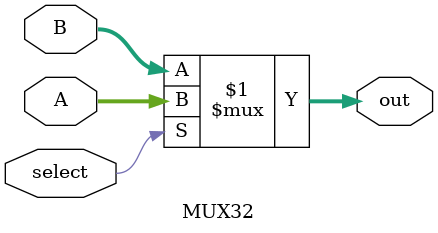
<source format=v>
`timescale 1ns / 1ps


module MUX32 #(parameter W = 31)(output [W:0]out, input [W:0]A, input [W:0]B, input select);
    assign out = (select) ? A : B;
endmodule

</source>
